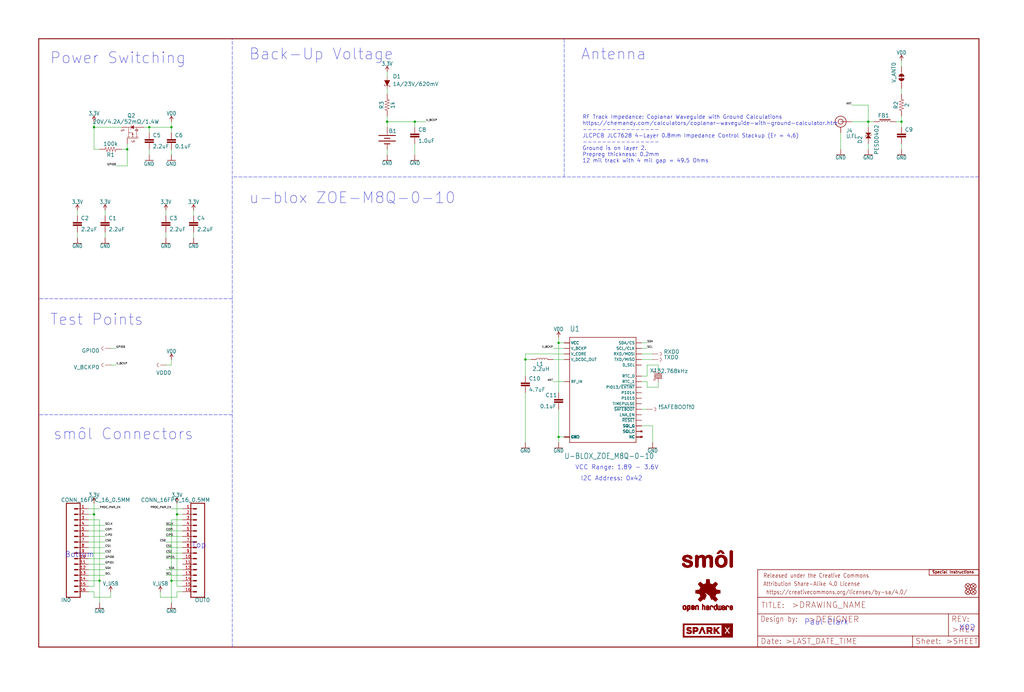
<source format=kicad_sch>
(kicad_sch (version 20211123) (generator eeschema)
  (paper "User" 470.306 317.906)
  (lib_symbols
    (symbol "eagleSchem-eagle-import:0.1UF-0402T-10V-10%-X7R"
      (property "Reference" "C" (at 1.524 2.921 0))
      (property "Value" "0.1UF-0402T-10V-10%-X7R" (at 1.524 -2.159 0))
      (symbol "0.1UF-0402T-10V-10%-X7R_1_0"
        (pin passive line (at 0 5.08 270) (length 2.54) (name "1") (number "1"))
        (pin passive line (at 0 -2.54 90) (length 2.54) (name "2") (number "2"))
      )
    )
    (symbol "eagleSchem-eagle-import:0.1UF-0402T-6.3V-10%-X7R"
      (property "Reference" "C" (at 1.524 2.921 0))
      (property "Value" "0.1UF-0402T-6.3V-10%-X7R" (at 1.524 -2.159 0))
      (symbol "0.1UF-0402T-6.3V-10%-X7R_1_0"
        (pin passive line (at 0 5.08 270) (length 2.54) (name "1") (number "1"))
        (pin passive line (at 0 -2.54 90) (length 2.54) (name "2") (number "2"))
      )
    )
    (symbol "eagleSchem-eagle-import:1.0UF-0402T-16V-10%"
      (property "Reference" "C" (at 1.524 2.921 0))
      (property "Value" "1.0UF-0402T-16V-10%" (at 1.524 -2.159 0))
      (symbol "1.0UF-0402T-16V-10%_1_0"
        (pin passive line (at 0 5.08 270) (length 2.54) (name "1") (number "1"))
        (pin passive line (at 0 -2.54 90) (length 2.54) (name "2") (number "2"))
      )
    )
    (symbol "eagleSchem-eagle-import:100KOHM-0402T-1{slash}16W-1%"
      (property "Reference" "R" (at 0 1.524 0))
      (property "Value" "100KOHM-0402T-1{slash}16W-1%" (at 0 -1.524 0))
      (symbol "100KOHM-0402T-1{slash}16W-1%_1_0"
        (pin passive line (at -5.08 0 0) (length 2.54) (name "1") (number "1"))
        (pin passive line (at 5.08 0 180) (length 2.54) (name "2") (number "2"))
      )
    )
    (symbol "eagleSchem-eagle-import:1KOHM-0402T-1{slash}16W-1%"
      (property "Reference" "R" (at 0 1.524 0))
      (property "Value" "1KOHM-0402T-1{slash}16W-1%" (at 0 -1.524 0))
      (symbol "1KOHM-0402T-1{slash}16W-1%_1_0"
        (pin passive line (at -5.08 0 0) (length 2.54) (name "1") (number "1"))
        (pin passive line (at 5.08 0 180) (length 2.54) (name "2") (number "2"))
      )
    )
    (symbol "eagleSchem-eagle-import:2.2UF-0402_TIGHT-10V-10%-X5R"
      (property "Reference" "C" (at 1.524 2.921 0))
      (property "Value" "2.2UF-0402_TIGHT-10V-10%-X5R" (at 1.524 -2.159 0))
      (symbol "2.2UF-0402_TIGHT-10V-10%-X5R_1_0"
        (pin passive line (at 0 5.08 270) (length 2.54) (name "1") (number "1"))
        (pin passive line (at 0 -2.54 90) (length 2.54) (name "2") (number "2"))
      )
    )
    (symbol "eagleSchem-eagle-import:2.2μH_SHIELDED_INDUCTOR"
      (property "Reference" "L" (at 1.27 2.54 0))
      (property "Value" "2.2μH_SHIELDED_INDUCTOR" (at 1.27 -2.54 0))
      (symbol "2.2μH_SHIELDED_INDUCTOR_1_0"
        (pin passive line (at 0 5.08 270) (length 2.54) (name "1") (number "1"))
        (pin passive line (at 0 -5.08 90) (length 2.54) (name "2") (number "2"))
      )
    )
    (symbol "eagleSchem-eagle-import:2OHM-0402T-1{slash}16W-1%"
      (property "Reference" "R" (at 0 1.524 0))
      (property "Value" "2OHM-0402T-1{slash}16W-1%" (at 0 -1.524 0))
      (symbol "2OHM-0402T-1{slash}16W-1%_1_0"
        (pin passive line (at -5.08 0 0) (length 2.54) (name "1") (number "1"))
        (pin passive line (at 5.08 0 180) (length 2.54) (name "2") (number "2"))
      )
    )
    (symbol "eagleSchem-eagle-import:3.3V" (power)
      (property "Value" "3.3V" (at 0 2.794 0))
      (symbol "3.3V_1_0"
        (pin power_in line (at 0 0 90) (length 2.54) (name "3.3V") (number "1"))
      )
    )
    (symbol "eagleSchem-eagle-import:4.7UF-0402_TIGHT-6.3V-20%-X5R"
      (property "Reference" "C" (at 1.524 2.921 0))
      (property "Value" "4.7UF-0402_TIGHT-6.3V-20%-X5R" (at 1.524 -2.159 0))
      (symbol "4.7UF-0402_TIGHT-6.3V-20%-X5R_1_0"
        (pin passive line (at 0 5.08 270) (length 2.54) (name "1") (number "1"))
        (pin passive line (at 0 -2.54 90) (length 2.54) (name "2") (number "2"))
      )
    )
    (symbol "eagleSchem-eagle-import:47PF-0402_TIGHT-25V-5%-X7R"
      (property "Reference" "C" (at 1.524 2.921 0))
      (property "Value" "47PF-0402_TIGHT-25V-5%-X7R" (at 1.524 -2.159 0))
      (symbol "47PF-0402_TIGHT-25V-5%-X7R_1_0"
        (pin passive line (at 0 5.08 270) (length 2.54) (name "1") (number "1"))
        (pin passive line (at 0 -2.54 90) (length 2.54) (name "2") (number "2"))
      )
    )
    (symbol "eagleSchem-eagle-import:CONN_16FPC_16_0.5MM"
      (property "Reference" "J" (at 0 20.828 0))
      (property "Value" "CONN_16FPC_16_0.5MM" (at 0 -25.146 0))
      (symbol "CONN_16FPC_16_0.5MM_1_0"
        (pin passive line (at 10.16 -20.32 180) (length 5.08) (name "1") (number "1"))
        (pin passive line (at 10.16 2.54 180) (length 5.08) (name "10") (number "10"))
        (pin passive line (at 10.16 5.08 180) (length 5.08) (name "11") (number "11"))
        (pin passive line (at 10.16 7.62 180) (length 5.08) (name "12") (number "12"))
        (pin passive line (at 10.16 10.16 180) (length 5.08) (name "13") (number "13"))
        (pin passive line (at 10.16 12.7 180) (length 5.08) (name "14") (number "14"))
        (pin passive line (at 10.16 15.24 180) (length 5.08) (name "15") (number "15"))
        (pin passive line (at 10.16 17.78 180) (length 5.08) (name "16") (number "16"))
        (pin passive line (at 10.16 -17.78 180) (length 5.08) (name "2") (number "2"))
        (pin passive line (at 10.16 -15.24 180) (length 5.08) (name "3") (number "3"))
        (pin passive line (at 10.16 -12.7 180) (length 5.08) (name "4") (number "4"))
        (pin passive line (at 10.16 -10.16 180) (length 5.08) (name "5") (number "5"))
        (pin passive line (at 10.16 -7.62 180) (length 5.08) (name "6") (number "6"))
        (pin passive line (at 10.16 -5.08 180) (length 5.08) (name "7") (number "7"))
        (pin passive line (at 10.16 -2.54 180) (length 5.08) (name "8") (number "8"))
        (pin passive line (at 10.16 0 180) (length 5.08) (name "9") (number "9"))
      )
    )
    (symbol "eagleSchem-eagle-import:CRYSTAL-32.768KHZSMD-3.2X1.5"
      (property "Reference" "Y" (at 0 2.032 0))
      (property "Value" "CRYSTAL-32.768KHZSMD-3.2X1.5" (at 0 -2.032 0))
      (symbol "CRYSTAL-32.768KHZSMD-3.2X1.5_1_0"
        (text "1" (at -2.159 -1.143 0) (effects (font (size 0.8636 0.734)) (justify left bottom)))
        (text "2" (at 1.524 -1.143 0) (effects (font (size 0.8636 0.734)) (justify left bottom)))
        (pin passive line (at -2.54 0 0) (length 0) (name "1") (number "P$1"))
        (pin passive line (at 2.54 0 180) (length 0) (name "2") (number "P$2"))
      )
    )
    (symbol "eagleSchem-eagle-import:DIODE-SCHOTTKY-BAT20J"
      (property "Reference" "D" (at -2.54 2.032 0))
      (property "Value" "DIODE-SCHOTTKY-BAT20J" (at -2.54 -2.032 0))
      (symbol "DIODE-SCHOTTKY-BAT20J_1_0"
        (pin passive line (at -2.54 0 0) (length 0) (name "A") (number "A"))
        (pin passive line (at 2.54 0 180) (length 0) (name "C") (number "C"))
      )
    )
    (symbol "eagleSchem-eagle-import:FERRITE_BEAD-120_OHM-0402"
      (property "Reference" "FB" (at 1.27 2.54 0))
      (property "Value" "FERRITE_BEAD-120_OHM-0402" (at 1.27 -2.54 0))
      (symbol "FERRITE_BEAD-120_OHM-0402_1_0"
        (pin passive line (at 0 5.08 270) (length 2.54) (name "1") (number "1"))
        (pin passive line (at 0 -5.08 90) (length 2.54) (name "2") (number "2"))
      )
    )
    (symbol "eagleSchem-eagle-import:FIDUCIALUFIDUCIAL")
    (symbol "eagleSchem-eagle-import:FRAME-LEDGER"
      (symbol "FRAME-LEDGER_2_0"
        (text " https://creativecommons.org/licenses/by-sa/4.0/" (at 2.54 24.13 0) (effects (font (size 1.9304 1.6408)) (justify left bottom)))
        (text ">DESIGNER" (at 23.114 11.176 0) (effects (font (size 2.7432 2.7432)) (justify left bottom)))
        (text ">DRAWING_NAME" (at 15.494 17.78 0) (effects (font (size 2.7432 2.7432)) (justify left bottom)))
        (text ">LAST_DATE_TIME" (at 12.7 1.27 0) (effects (font (size 2.54 2.54)) (justify left bottom)))
        (text ">REV" (at 88.9 6.604 0) (effects (font (size 2.7432 2.7432)) (justify left bottom)))
        (text ">SHEET" (at 86.36 1.27 0) (effects (font (size 2.54 2.54)) (justify left bottom)))
        (text "Attribution Share-Alike 4.0 License" (at 2.54 27.94 0) (effects (font (size 1.9304 1.6408)) (justify left bottom)))
        (text "Date:" (at 1.27 1.27 0) (effects (font (size 2.54 2.54)) (justify left bottom)))
        (text "Design by:" (at 1.27 11.43 0) (effects (font (size 2.54 2.159)) (justify left bottom)))
        (text "Released under the Creative Commons" (at 2.54 31.75 0) (effects (font (size 1.9304 1.6408)) (justify left bottom)))
        (text "REV:" (at 88.9 11.43 0) (effects (font (size 2.54 2.54)) (justify left bottom)))
        (text "Sheet:" (at 72.39 1.27 0) (effects (font (size 2.54 2.54)) (justify left bottom)))
        (text "TITLE:" (at 1.524 17.78 0) (effects (font (size 2.54 2.54)) (justify left bottom)))
      )
    )
    (symbol "eagleSchem-eagle-import:GND" (power)
      (property "Value" "GND" (at 0 -0.254 0))
      (symbol "GND_1_0"
        (pin power_in line (at 0 2.54 270) (length 2.54) (name "GND") (number "1"))
      )
    )
    (symbol "eagleSchem-eagle-import:JUMPER-SMT_2_NC_TRACE_SILK"
      (property "Reference" "JP" (at -2.54 2.54 0))
      (property "Value" "JUMPER-SMT_2_NC_TRACE_SILK" (at -2.54 -2.54 0))
      (symbol "JUMPER-SMT_2_NC_TRACE_SILK_1_0"
        (pin passive line (at -5.08 0 0) (length 2.54) (name "1") (number "1"))
        (pin passive line (at 5.08 0 180) (length 2.54) (name "2") (number "2"))
      )
    )
    (symbol "eagleSchem-eagle-import:ML414H_IV01E_BATTERY"
      (property "Reference" "BT" (at 0 4.318 0))
      (property "Value" "ML414H_IV01E_BATTERY" (at 0 -4.318 0))
      (symbol "ML414H_IV01E_BATTERY_1_0"
        (pin power_in line (at -5.08 0 0) (length 2.54) (name "+") (number "+"))
        (pin power_in line (at 5.08 0 180) (length 2.54) (name "-") (number "-"))
      )
    )
    (symbol "eagleSchem-eagle-import:MOSFET_PCH-DMG2305UX-7"
      (property "Reference" "Q" (at 5.08 0 0))
      (property "Value" "MOSFET_PCH-DMG2305UX-7" (at 5.08 -2.54 0))
      (symbol "MOSFET_PCH-DMG2305UX-7_1_0"
        (text "D" (at 0.508 2.54 0) (effects (font (size 1.27 1.0795)) (justify left bottom)))
        (text "G" (at -3.302 -0.508 0) (effects (font (size 1.27 1.0795)) (justify right top)))
        (text "S" (at 0.508 -3.81 0) (effects (font (size 1.27 1.0795)) (justify left bottom)))
        (pin bidirectional line (at -5.08 -2.54 0) (length 2.54) (name "G") (number "1"))
        (pin bidirectional line (at 2.54 -5.08 90) (length 2.54) (name "S") (number "2"))
        (pin bidirectional line (at 2.54 5.08 270) (length 2.54) (name "D") (number "3"))
      )
    )
    (symbol "eagleSchem-eagle-import:OSHW-LOGOMINI")
    (symbol "eagleSchem-eagle-import:PESD0402"
      (property "Reference" "D" (at -2.54 2.794 0))
      (property "Value" "PESD0402" (at -2.54 -2.794 0))
      (symbol "PESD0402_1_0"
        (pin bidirectional line (at -2.54 0 0) (length 2.54) (name "1") (number "1"))
        (pin bidirectional line (at 5.08 0 180) (length 2.54) (name "2") (number "2"))
      )
    )
    (symbol "eagleSchem-eagle-import:SMOL_LOGOSMALL")
    (symbol "eagleSchem-eagle-import:SPARKX-LOGO3")
    (symbol "eagleSchem-eagle-import:SPECIAL_INSTRUCTIONS-ORDERING"
      (symbol "SPECIAL_INSTRUCTIONS-ORDERING_1_0"
        (text "Special Instructions" (at 1.27 0.6985 0) (effects (font (size 1.27 1.27) (thickness 0.254) bold) (justify left bottom)))
      )
    )
    (symbol "eagleSchem-eagle-import:TEST-POINT3"
      (property "Reference" "TP" (at -2.54 2.54 0))
      (property "Value" "TEST-POINT3" (at -2.54 -2.54 0))
      (symbol "TEST-POINT3_1_0"
        (pin bidirectional line (at 0 0 180) (length 0) (name "1") (number "1"))
      )
    )
    (symbol "eagleSchem-eagle-import:U-BLOX_ZOE_M8Q-0-10"
      (property "Reference" "U" (at -15.24 27.94 0))
      (property "Value" "U-BLOX_ZOE_M8Q-0-10" (at -15.24 -27.94 0))
      (symbol "U-BLOX_ZOE_M8Q-0-10_1_0"
        (pin power_in line (at -17.78 -20.32 0) (length 2.54) (name "GND") (number "1"))
        (pin power_in line (at -17.78 -20.32 0) (length 2.54) (name "GND") (number "10"))
        (pin power_in line (at -17.78 -20.32 0) (length 2.54) (name "GND") (number "11"))
        (pin power_in line (at -17.78 -20.32 0) (length 2.54) (name "GND") (number "12"))
        (pin no_connect line (at 17.78 -20.32 180) (length 2.54) (name "NC") (number "13"))
        (pin no_connect line (at 17.78 -20.32 180) (length 2.54) (name "NC") (number "14"))
        (pin no_connect line (at 17.78 -20.32 180) (length 2.54) (name "NC") (number "15"))
        (pin power_in line (at -17.78 20.32 0) (length 2.54) (name "V_BCKP") (number "16"))
        (pin power_in line (at -17.78 -20.32 0) (length 2.54) (name "GND") (number "17"))
        (pin bidirectional line (at 17.78 7.62 180) (length 2.54) (name "RTC_0") (number "18"))
        (pin bidirectional line (at 17.78 5.08 180) (length 2.54) (name "RTC_1") (number "19"))
        (pin bidirectional line (at 17.78 22.86 180) (length 2.54) (name "SDA/CS") (number "2"))
        (pin bidirectional line (at 17.78 -12.7 180) (length 2.54) (name "~{RESET}") (number "20"))
        (pin bidirectional line (at 17.78 15.24 180) (length 2.54) (name "TXD/MISO") (number "21"))
        (pin bidirectional line (at 17.78 17.78 180) (length 2.54) (name "RXD/MOSI") (number "22"))
        (pin power_in line (at -17.78 -20.32 0) (length 2.54) (name "GND") (number "23"))
        (pin power_in line (at -17.78 22.86 0) (length 2.54) (name "VCC") (number "24"))
        (pin power_in line (at -17.78 22.86 0) (length 2.54) (name "VCC") (number "25"))
        (pin power_in line (at -17.78 15.24 0) (length 2.54) (name "V_DCDC_OUT") (number "26"))
        (pin power_in line (at -17.78 17.78 0) (length 2.54) (name "V_CORE") (number "27"))
        (pin no_connect line (at 17.78 -20.32 180) (length 2.54) (name "NC") (number "28"))
        (pin bidirectional line (at 17.78 -15.24 180) (length 2.54) (name "SQI_G") (number "29"))
        (pin power_in line (at -17.78 -20.32 0) (length 2.54) (name "GND") (number "3"))
        (pin no_connect line (at 17.78 -17.78 180) (length 2.54) (name "SQI_O") (number "30"))
        (pin bidirectional line (at 17.78 -15.24 180) (length 2.54) (name "SQI_G") (number "31"))
        (pin bidirectional line (at 17.78 20.32 180) (length 2.54) (name "SCL/CLK") (number "32"))
        (pin bidirectional line (at 17.78 -5.08 180) (length 2.54) (name "TIMEPULSE") (number "33"))
        (pin bidirectional line (at 17.78 -7.62 180) (length 2.54) (name "~{SAFEBOOT}") (number "34"))
        (pin bidirectional line (at 17.78 -10.16 180) (length 2.54) (name "LNA_EN") (number "35"))
        (pin bidirectional line (at 17.78 -2.54 180) (length 2.54) (name "P1015") (number "36"))
        (pin power_in line (at -17.78 -20.32 0) (length 2.54) (name "GND") (number "37"))
        (pin power_in line (at -17.78 -20.32 0) (length 2.54) (name "GND") (number "38"))
        (pin power_in line (at -17.78 -20.32 0) (length 2.54) (name "GND") (number "39"))
        (pin bidirectional line (at -17.78 5.08 0) (length 2.54) (name "RF_IN") (number "4"))
        (pin power_in line (at -17.78 -20.32 0) (length 2.54) (name "GND") (number "40"))
        (pin power_in line (at -17.78 -20.32 0) (length 2.54) (name "GND") (number "41"))
        (pin no_connect line (at 17.78 -20.32 180) (length 2.54) (name "NC") (number "42"))
        (pin bidirectional line (at 17.78 2.54 180) (length 2.54) (name "PI013/~{EXTINT}") (number "43"))
        (pin power_in line (at -17.78 -20.32 0) (length 2.54) (name "GND") (number "44"))
        (pin no_connect line (at 17.78 -17.78 180) (length 2.54) (name "SQI_O") (number "45"))
        (pin bidirectional line (at 17.78 -15.24 180) (length 2.54) (name "SQI_G") (number "46"))
        (pin bidirectional line (at 17.78 -15.24 180) (length 2.54) (name "SQI_G") (number "47"))
        (pin bidirectional line (at 17.78 12.7 180) (length 2.54) (name "D_SEL") (number "48"))
        (pin power_in line (at -17.78 -20.32 0) (length 2.54) (name "GND") (number "49"))
        (pin power_in line (at -17.78 -20.32 0) (length 2.54) (name "GND") (number "5"))
        (pin bidirectional line (at 17.78 0 180) (length 2.54) (name "P1014") (number "50"))
        (pin no_connect line (at 17.78 -20.32 180) (length 2.54) (name "NC") (number "51"))
        (pin no_connect line (at 17.78 -20.32 180) (length 2.54) (name "NC") (number "6"))
        (pin power_in line (at -17.78 -20.32 0) (length 2.54) (name "GND") (number "7"))
        (pin power_in line (at -17.78 -20.32 0) (length 2.54) (name "GND") (number "8"))
        (pin power_in line (at -17.78 -20.32 0) (length 2.54) (name "GND") (number "9"))
      )
    )
    (symbol "eagleSchem-eagle-import:U.FL2PIN"
      (property "Reference" "J" (at 2.54 -5.08 0))
      (property "Value" "U.FL2PIN" (at 2.54 -7.62 0))
      (symbol "U.FL2PIN_1_0"
        (pin bidirectional line (at 0 -5.08 90) (length 2.54) (name "GND") (number "1"))
        (pin bidirectional line (at 0 -5.08 90) (length 2.54) (name "GND") (number "2"))
        (pin bidirectional line (at 5.08 0 180) (length 5.08) (name "SIGNAL") (number "FEED"))
      )
    )
    (symbol "eagleSchem-eagle-import:VDD" (power)
      (property "Value" "VDD" (at 0 2.794 0))
      (symbol "VDD_1_0"
        (pin power_in line (at 0 0 90) (length 2.54) (name "VDD") (number "1"))
      )
    )
    (symbol "eagleSchem-eagle-import:V_USB" (power)
      (property "Value" "V_USB" (at 0 2.794 0))
      (symbol "V_USB_1_0"
        (pin power_in line (at 0 0 90) (length 2.54) (name "V_USB") (number "1"))
      )
    )
  )
  (junction (at 414.02 55.88))
  (junction (at 78.74 266.7))
  (junction (at 68.58 58.42))
  (junction (at 78.74 58.42))
  (junction (at 81.28 236.22))
  (junction (at 190.5 55.88))
  (junction (at 256.54 200.66))
  (junction (at 241.3 165.1))
  (junction (at 177.8 55.88))
  (junction (at 45.72 266.7))
  (junction (at 43.18 236.22))
  (junction (at 256.54 157.48))
  (junction (at 58.42 68.58))
  (junction (at 398.78 55.88))
  (junction (at 43.18 58.42))
  (wire (pts (xy 40.64 243.84) (xy 48.26 243.84)))
  (wire (pts (xy 81.28 271.78) (xy 81.28 274.32)))
  (wire (pts (xy 256.54 187.96) (xy 256.54 200.66)))
  (wire (pts (xy 45.72 238.76) (xy 45.72 266.7)))
  (wire (pts (xy 391.16 55.88) (xy 398.78 55.88)))
  (wire (pts (xy 177.8 55.88) (xy 177.8 58.42)))
  (wire (pts (xy 40.64 251.46) (xy 48.26 251.46)))
  (wire (pts (xy 83.82 248.92) (xy 76.2 248.92)))
  (wire (pts (xy 43.18 236.22) (xy 43.18 231.14)))
  (wire (pts (xy 53.34 76.2) (xy 58.42 76.2)))
  (wire (pts (xy 297.18 172.72) (xy 297.18 167.64)))
  (wire (pts (xy 40.64 236.22) (xy 43.18 236.22)))
  (wire (pts (xy 414.02 43.18) (xy 414.02 40.64)))
  (wire (pts (xy 259.08 165.1) (xy 254 165.1)))
  (wire (pts (xy 297.18 175.26) (xy 297.18 177.8)))
  (wire (pts (xy 43.18 68.58) (xy 43.18 58.42)))
  (wire (pts (xy 83.82 246.38) (xy 76.2 246.38)))
  (wire (pts (xy 78.74 167.64) (xy 78.74 165.1)))
  (wire (pts (xy 297.18 167.64) (xy 302.26 167.64)))
  (wire (pts (xy 398.78 66.04) (xy 398.78 68.58)))
  (wire (pts (xy 48.26 106.68) (xy 48.26 109.22)))
  (wire (pts (xy 83.82 254) (xy 76.2 254)))
  (wire (pts (xy 195.58 55.88) (xy 190.5 55.88)))
  (wire (pts (xy 299.72 195.58) (xy 299.72 203.2)))
  (wire (pts (xy 50.8 271.78) (xy 50.8 274.32)))
  (wire (pts (xy 78.74 266.7) (xy 83.82 266.7)))
  (wire (pts (xy 58.42 76.2) (xy 58.42 68.58)))
  (wire (pts (xy 414.02 30.48) (xy 414.02 27.94)))
  (wire (pts (xy 294.64 175.26) (xy 297.18 175.26)))
  (wire (pts (xy 190.5 66.04) (xy 190.5 71.12)))
  (wire (pts (xy 294.64 160.02) (xy 297.18 160.02)))
  (wire (pts (xy 259.08 157.48) (xy 256.54 157.48)))
  (wire (pts (xy 76.2 106.68) (xy 76.2 109.22)))
  (wire (pts (xy 78.74 58.42) (xy 78.74 55.88)))
  (polyline (pts (xy 106.68 137.16) (xy 17.78 137.16)))
  (wire (pts (xy 294.64 165.1) (xy 299.72 165.1)))
  (wire (pts (xy 294.64 162.56) (xy 299.72 162.56)))
  (wire (pts (xy 50.8 274.32) (xy 43.18 274.32)))
  (wire (pts (xy 190.5 55.88) (xy 177.8 55.88)))
  (polyline (pts (xy 106.68 190.5) (xy 17.78 190.5)))
  (wire (pts (xy 294.64 195.58) (xy 299.72 195.58)))
  (wire (pts (xy 78.74 71.12) (xy 78.74 68.58)))
  (wire (pts (xy 398.78 55.88) (xy 401.32 55.88)))
  (wire (pts (xy 177.8 33.02) (xy 177.8 35.56)))
  (wire (pts (xy 83.82 238.76) (xy 78.74 238.76)))
  (wire (pts (xy 83.82 233.68) (xy 78.74 233.68)))
  (wire (pts (xy 78.74 276.86) (xy 78.74 266.7)))
  (polyline (pts (xy 106.68 137.16) (xy 106.68 17.78)))
  (wire (pts (xy 256.54 154.94) (xy 256.54 157.48)))
  (wire (pts (xy 398.78 58.42) (xy 398.78 55.88)))
  (wire (pts (xy 50.8 160.02) (xy 53.34 160.02)))
  (wire (pts (xy 40.64 271.78) (xy 43.18 271.78)))
  (wire (pts (xy 83.82 243.84) (xy 76.2 243.84)))
  (wire (pts (xy 73.66 274.32) (xy 73.66 271.78)))
  (wire (pts (xy 259.08 175.26) (xy 254 175.26)))
  (wire (pts (xy 83.82 251.46) (xy 76.2 251.46)))
  (wire (pts (xy 83.82 236.22) (xy 81.28 236.22)))
  (wire (pts (xy 294.64 157.48) (xy 297.18 157.48)))
  (wire (pts (xy 40.64 241.3) (xy 48.26 241.3)))
  (wire (pts (xy 76.2 167.64) (xy 78.74 167.64)))
  (wire (pts (xy 78.74 60.96) (xy 78.74 58.42)))
  (wire (pts (xy 40.64 266.7) (xy 45.72 266.7)))
  (wire (pts (xy 55.88 58.42) (xy 43.18 58.42)))
  (wire (pts (xy 55.88 68.58) (xy 58.42 68.58)))
  (wire (pts (xy 68.58 58.42) (xy 78.74 58.42)))
  (wire (pts (xy 259.08 160.02) (xy 254 160.02)))
  (wire (pts (xy 68.58 60.96) (xy 68.58 58.42)))
  (wire (pts (xy 81.28 274.32) (xy 73.66 274.32)))
  (wire (pts (xy 83.82 256.54) (xy 76.2 256.54)))
  (wire (pts (xy 83.82 241.3) (xy 76.2 241.3)))
  (wire (pts (xy 177.8 53.34) (xy 177.8 55.88)))
  (wire (pts (xy 76.2 99.06) (xy 76.2 96.52)))
  (wire (pts (xy 241.3 162.56) (xy 259.08 162.56)))
  (wire (pts (xy 45.72 68.58) (xy 43.18 68.58)))
  (wire (pts (xy 68.58 71.12) (xy 68.58 68.58)))
  (polyline (pts (xy 259.08 81.28) (xy 259.08 17.78)))
  (polyline (pts (xy 449.58 81.28) (xy 106.68 81.28)))
  (wire (pts (xy 40.64 261.62) (xy 48.26 261.62)))
  (wire (pts (xy 190.5 58.42) (xy 190.5 55.88)))
  (wire (pts (xy 414.02 53.34) (xy 414.02 55.88)))
  (wire (pts (xy 43.18 58.42) (xy 43.18 55.88)))
  (wire (pts (xy 414.02 68.58) (xy 414.02 66.04)))
  (wire (pts (xy 83.82 264.16) (xy 76.2 264.16)))
  (wire (pts (xy 88.9 106.68) (xy 88.9 109.22)))
  (wire (pts (xy 40.64 246.38) (xy 48.26 246.38)))
  (wire (pts (xy 241.3 165.1) (xy 241.3 162.56)))
  (wire (pts (xy 243.84 165.1) (xy 241.3 165.1)))
  (wire (pts (xy 40.64 269.24) (xy 43.18 269.24)))
  (wire (pts (xy 411.48 55.88) (xy 414.02 55.88)))
  (wire (pts (xy 50.8 167.64) (xy 53.34 167.64)))
  (wire (pts (xy 35.56 99.06) (xy 35.56 96.52)))
  (polyline (pts (xy 106.68 297.18) (xy 106.68 137.16)))
  (wire (pts (xy 83.82 271.78) (xy 81.28 271.78)))
  (wire (pts (xy 40.64 254) (xy 48.26 254)))
  (wire (pts (xy 398.78 48.26) (xy 391.16 48.26)))
  (wire (pts (xy 302.26 167.64) (xy 302.26 170.18)))
  (wire (pts (xy 259.08 200.66) (xy 256.54 200.66)))
  (wire (pts (xy 40.64 259.08) (xy 48.26 259.08)))
  (wire (pts (xy 83.82 269.24) (xy 81.28 269.24)))
  (wire (pts (xy 43.18 271.78) (xy 43.18 274.32)))
  (wire (pts (xy 302.26 175.26) (xy 302.26 177.8)))
  (wire (pts (xy 256.54 200.66) (xy 256.54 203.2)))
  (wire (pts (xy 297.18 177.8) (xy 302.26 177.8)))
  (wire (pts (xy 40.64 238.76) (xy 45.72 238.76)))
  (wire (pts (xy 48.26 99.06) (xy 48.26 96.52)))
  (wire (pts (xy 35.56 106.68) (xy 35.56 109.22)))
  (wire (pts (xy 256.54 157.48) (xy 256.54 180.34)))
  (wire (pts (xy 241.3 165.1) (xy 241.3 172.72)))
  (wire (pts (xy 386.08 60.96) (xy 386.08 68.58)))
  (wire (pts (xy 40.64 248.92) (xy 48.26 248.92)))
  (wire (pts (xy 81.28 236.22) (xy 81.28 231.14)))
  (wire (pts (xy 414.02 55.88) (xy 414.02 58.42)))
  (wire (pts (xy 241.3 180.34) (xy 241.3 203.2)))
  (wire (pts (xy 45.72 276.86) (xy 45.72 266.7)))
  (wire (pts (xy 40.64 264.16) (xy 48.26 264.16)))
  (wire (pts (xy 40.64 233.68) (xy 45.72 233.68)))
  (wire (pts (xy 58.42 66.04) (xy 58.42 68.58)))
  (wire (pts (xy 88.9 99.06) (xy 88.9 96.52)))
  (wire (pts (xy 83.82 261.62) (xy 76.2 261.62)))
  (wire (pts (xy 294.64 187.96) (xy 297.18 187.96)))
  (wire (pts (xy 177.8 68.58) (xy 177.8 71.12)))
  (wire (pts (xy 66.04 58.42) (xy 68.58 58.42)))
  (wire (pts (xy 177.8 40.64) (xy 177.8 43.18)))
  (wire (pts (xy 40.64 256.54) (xy 48.26 256.54)))
  (wire (pts (xy 398.78 48.26) (xy 398.78 55.88)))
  (wire (pts (xy 43.18 269.24) (xy 43.18 236.22)))
  (wire (pts (xy 294.64 172.72) (xy 297.18 172.72)))
  (wire (pts (xy 81.28 269.24) (xy 81.28 236.22)))
  (wire (pts (xy 78.74 238.76) (xy 78.74 266.7)))
  (text "Top" (at 94.742 248.92 180) (effects (font (size 2.54 2.54)) (justify right top)))
  (text "Bottom" (at 29.718 256.286 180) (effects (font (size 2.54 2.54)) (justify left bottom)))
  (text "Antenna" (at 266.7 27.94 180) (effects (font (size 5.08 5.08)) (justify left bottom)))
  (text "smôl Connectors" (at 24.384 202.438 180) (effects (font (size 5.08 5.08)) (justify left bottom)))
  (text "VCC Range: 1.89 - 3.6V" (at 264.16 215.9 180) (effects (font (size 2.032 2.032)) (justify left bottom)))
  (text "Power Switching" (at 22.86 29.718 180) (effects (font (size 5.08 5.08)) (justify left bottom)))
  (text "I2C Address: 0x42" (at 266.7 220.98 180) (effects (font (size 2.032 2.032)) (justify left bottom)))
  (text "Back-Up Voltage" (at 114.3 27.94 180) (effects (font (size 5.08 5.08)) (justify left bottom)))
  (text "Test Points" (at 22.86 149.86 180) (effects (font (size 5.08 5.08)) (justify left bottom)))
  (text "RF Track Impedance: Coplanar Waveguide with Ground Calculations\nhttps://chemandy.com/calculators/coplanar-waveguide-with-ground-calculator.htm\n----------------\nJLCPCB JLC7628 4-Layer 0.8mm Impedance Control Stackup (Er = 4.6)\n----------------\nGround is on layer 2.\nPrepreg thickness: 0.2mm\n12 mil track with 4 mil gap = 49.5 Ohms" (at 267.462 52.832 180) (effects (font (size 1.778 1.778)) (justify left top)))
  (text "X02" (at 440.436 289.814 180) (effects (font (size 2.54 2.54)) (justify left bottom)))
  (text "Paul Clark" (at 369.316 287.274 180) (effects (font (size 2.54 2.54)) (justify left bottom)))
  (text "u-blox ZOE-M8Q-0-10" (at 114.3 93.98 180) (effects (font (size 5.08 5.08)) (justify left bottom)))
  (label "ANT" (at 391.16 48.26 180) (effects (font (size 0.889 0.889))))
  (label "GPIO0" (at 48.26 256.54 0) (effects (font (size 0.889 0.889))))
  (label "V_BCKP" (at 195.58 55.88 0) (effects (font (size 0.889 0.889))))
  (label "GPIO1" (at 48.26 259.08 0) (effects (font (size 0.889 0.889))))
  (label "CIPO" (at 76.2 246.38 0) (effects (font (size 0.889 0.889))))
  (label "SCL" (at 297.18 160.02 0) (effects (font (size 0.889 0.889))))
  (label "GPIO0" (at 53.34 76.2 180) (effects (font (size 0.889 0.889))))
  (label "PROC_PWR_EN" (at 78.74 233.68 180) (effects (font (size 0.889 0.889))))
  (label "SCLK" (at 76.2 241.3 0) (effects (font (size 0.889 0.889))))
  (label "CS0" (at 76.2 248.92 180) (effects (font (size 0.889 0.889))))
  (label "COPI" (at 76.2 243.84 0) (effects (font (size 0.889 0.889))))
  (label "COPI" (at 48.26 243.84 0) (effects (font (size 0.889 0.889))))
  (label "CS2" (at 76.2 254 0) (effects (font (size 0.889 0.889))))
  (label "CS1" (at 76.2 251.46 0) (effects (font (size 0.889 0.889))))
  (label "CS0" (at 48.26 248.92 0) (effects (font (size 0.889 0.889))))
  (label "V_BCKP" (at 53.34 167.64 0) (effects (font (size 0.889 0.889))))
  (label "CS1" (at 48.26 251.46 0) (effects (font (size 0.889 0.889))))
  (label "V_BCKP" (at 254 160.02 180) (effects (font (size 0.889 0.889))))
  (label "GPIO0" (at 53.34 160.02 0) (effects (font (size 0.889 0.889))))
  (label "SCL" (at 48.26 264.16 0) (effects (font (size 0.889 0.889))))
  (label "SDA" (at 77.47 261.62 0) (effects (font (size 0.889 0.889))))
  (label "GPIO1" (at 76.2 256.54 0) (effects (font (size 0.889 0.889))))
  (label "PROC_PWR_EN" (at 45.72 233.68 0) (effects (font (size 0.889 0.889))))
  (label "CIPO" (at 48.26 246.38 0) (effects (font (size 0.889 0.889))))
  (label "CS2" (at 48.26 254 0) (effects (font (size 0.889 0.889))))
  (label "SCL" (at 76.2 264.16 0) (effects (font (size 0.889 0.889))))
  (label "SDA" (at 297.18 157.48 0) (effects (font (size 0.889 0.889))))
  (label "ANT" (at 254 175.26 180) (effects (font (size 0.889 0.889))))
  (label "SCLK" (at 48.26 241.3 0) (effects (font (size 0.889 0.889))))
  (label "SDA" (at 48.26 261.62 0) (effects (font (size 0.889 0.889))))
  (symbol (lib_id "eagleSchem-eagle-import:2OHM-0402T-1{slash}16W-1%") (at 414.02 48.26 90) (unit 1)
    (property "Reference" "R2" (at 412.496 48.26 0) (effects (font (size 1.778 1.778)) (justify bottom)))
    (property "Value" "2" (at 415.544 48.26 0) (effects (font (size 1.778 1.778)) (justify top)))
    (property "Footprint" "eagleSchem:0402-TIGHT" (effects hide))
  )
  (symbol (lib_id "eagleSchem-eagle-import:3.3V") (at 43.18 231.14 0) (unit 1)
    (property "Reference" "#SUPPLY21" (effects hide))
    (property "Value" "3.3V" (at 43.18 228.346 0) (effects (font (size 1.778 1.5113)) (justify bottom)))
    (property "Footprint" "eagleSchem:" (effects hide))
  )
  (symbol (lib_id "eagleSchem-eagle-import:1.0UF-0402T-16V-10%") (at 190.5 63.5 0) (unit 1)
    (property "Reference" "C8" (at 192.024 60.579 0) (effects (font (size 1.778 1.778)) (justify left bottom)))
    (property "Value" "1.0uF" (at 192.024 65.659 0) (effects (font (size 1.778 1.778)) (justify left bottom)))
    (property "Footprint" "eagleSchem:0402-TIGHT" (effects hide))
  )
  (symbol (lib_id "eagleSchem-eagle-import:GND") (at 35.56 111.76 0) (unit 1)
    (property "Reference" "#GND61" (effects hide))
    (property "Value" "GND" (at 35.56 112.014 0) (effects (font (size 1.778 1.5113)) (justify top)))
    (property "Footprint" "eagleSchem:" (effects hide))
  )
  (symbol (lib_id "eagleSchem-eagle-import:V_USB") (at 73.66 271.78 0) (unit 1)
    (property "Reference" "#SUPPLY27" (effects hide))
    (property "Value" "V_USB" (at 73.66 268.986 0) (effects (font (size 1.778 1.5113)) (justify bottom)))
    (property "Footprint" "eagleSchem:" (effects hide))
  )
  (symbol (lib_id "eagleSchem-eagle-import:0.1UF-0402T-6.3V-10%-X7R") (at 256.54 185.42 0) (unit 1)
    (property "Reference" "C11" (at 250.444 182.499 0) (effects (font (size 1.778 1.778)) (justify left bottom)))
    (property "Value" "0.1uF" (at 247.904 187.579 0) (effects (font (size 1.778 1.778)) (justify left bottom)))
    (property "Footprint" "eagleSchem:0402-TIGHT" (effects hide))
  )
  (symbol (lib_id "eagleSchem-eagle-import:FERRITE_BEAD-120_OHM-0402") (at 406.4 55.88 90) (unit 1)
    (property "Reference" "FB1" (at 408.432 52.07 90) (effects (font (size 1.778 1.778)) (justify left bottom)))
    (property "Value" "FERRITE_BEAD-120_OHM-0402" (effects hide))
    (property "Footprint" "eagleSchem:0402" (effects hide))
  )
  (symbol (lib_id "eagleSchem-eagle-import:TEST-POINT3") (at 299.72 165.1 0) (unit 1)
    (property "Reference" "TXD0" (at 304.8 165.1 0) (effects (font (size 1.778 1.778)) (justify left bottom)))
    (property "Value" "TEST-POINT3" (effects hide))
    (property "Footprint" "eagleSchem:PAD.03X.03" (effects hide))
  )
  (symbol (lib_id "eagleSchem-eagle-import:GND") (at 78.74 279.4 0) (unit 1)
    (property "Reference" "#GND56" (effects hide))
    (property "Value" "GND" (at 78.74 279.654 0) (effects (font (size 1.778 1.5113)) (justify top)))
    (property "Footprint" "eagleSchem:" (effects hide))
  )
  (symbol (lib_id "eagleSchem-eagle-import:SPARKX-LOGO3") (at 325.12 289.56 0) (unit 1)
    (property "Reference" "U$4" (effects hide))
    (property "Value" "SPARKX-LOGO3" (effects hide))
    (property "Footprint" "eagleSchem:SPARKX-SMALL" (effects hide))
  )
  (symbol (lib_id "eagleSchem-eagle-import:GND") (at 45.72 279.4 0) (unit 1)
    (property "Reference" "#GND54" (effects hide))
    (property "Value" "GND" (at 45.72 279.654 0) (effects (font (size 1.778 1.5113)) (justify top)))
    (property "Footprint" "eagleSchem:" (effects hide))
  )
  (symbol (lib_id "eagleSchem-eagle-import:2.2UF-0402_TIGHT-10V-10%-X5R") (at 48.26 104.14 0) (unit 1)
    (property "Reference" "C1" (at 49.784 101.219 0) (effects (font (size 1.778 1.778)) (justify left bottom)))
    (property "Value" "2.2uF" (at 49.784 106.299 0) (effects (font (size 1.778 1.778)) (justify left bottom)))
    (property "Footprint" "eagleSchem:0402-TIGHT" (effects hide))
  )
  (symbol (lib_id "eagleSchem-eagle-import:SPECIAL_INSTRUCTIONS-ORDERING") (at 426.72 264.16 0) (unit 1)
    (property "Reference" "LOGO1" (effects hide))
    (property "Value" "SPECIAL_INSTRUCTIONS-ORDERING" (effects hide))
    (property "Footprint" "eagleSchem:ORDERING_INSTRUCTIONS" (effects hide))
  )
  (symbol (lib_id "eagleSchem-eagle-import:3.3V") (at 177.8 33.02 0) (unit 1)
    (property "Reference" "#SUPPLY5" (effects hide))
    (property "Value" "3.3V" (at 177.8 30.226 0) (effects (font (size 1.778 1.5113)) (justify bottom)))
    (property "Footprint" "eagleSchem:" (effects hide))
  )
  (symbol (lib_id "eagleSchem-eagle-import:3.3V") (at 35.56 96.52 0) (unit 1)
    (property "Reference" "#SUPPLY23" (effects hide))
    (property "Value" "3.3V" (at 35.56 93.726 0) (effects (font (size 1.778 1.5113)) (justify bottom)))
    (property "Footprint" "eagleSchem:" (effects hide))
  )
  (symbol (lib_id "eagleSchem-eagle-import:GND") (at 398.78 71.12 0) (unit 1)
    (property "Reference" "#GND3" (effects hide))
    (property "Value" "GND" (at 398.78 71.374 0) (effects (font (size 1.778 1.5113)) (justify top)))
    (property "Footprint" "eagleSchem:" (effects hide))
  )
  (symbol (lib_id "eagleSchem-eagle-import:GND") (at 414.02 71.12 0) (unit 1)
    (property "Reference" "#GND68" (effects hide))
    (property "Value" "GND" (at 414.02 71.374 0) (effects (font (size 1.778 1.5113)) (justify top)))
    (property "Footprint" "eagleSchem:" (effects hide))
  )
  (symbol (lib_id "eagleSchem-eagle-import:2.2UF-0402_TIGHT-10V-10%-X5R") (at 88.9 104.14 0) (unit 1)
    (property "Reference" "C4" (at 90.424 101.219 0) (effects (font (size 1.778 1.778)) (justify left bottom)))
    (property "Value" "2.2uF" (at 90.424 106.299 0) (effects (font (size 1.778 1.778)) (justify left bottom)))
    (property "Footprint" "eagleSchem:0402-TIGHT" (effects hide))
  )
  (symbol (lib_id "eagleSchem-eagle-import:FIDUCIALUFIDUCIAL") (at 447.04 271.78 0) (unit 1)
    (property "Reference" "FD1" (effects hide))
    (property "Value" "FIDUCIALUFIDUCIAL" (effects hide))
    (property "Footprint" "eagleSchem:FIDUCIAL-MICRO" (effects hide))
  )
  (symbol (lib_id "eagleSchem-eagle-import:GND") (at 256.54 205.74 0) (unit 1)
    (property "Reference" "#GND63" (effects hide))
    (property "Value" "GND" (at 256.54 205.994 0) (effects (font (size 1.778 1.5113)) (justify top)))
    (property "Footprint" "eagleSchem:" (effects hide))
  )
  (symbol (lib_id "eagleSchem-eagle-import:DIODE-SCHOTTKY-BAT20J") (at 177.8 38.1 270) (unit 1)
    (property "Reference" "D1" (at 180.34 36.068 90) (effects (font (size 1.778 1.778)) (justify left bottom)))
    (property "Value" "1A/23V/620mV" (at 180.34 37.592 90) (effects (font (size 1.778 1.778)) (justify left top)))
    (property "Footprint" "eagleSchem:SOD-323" (effects hide))
  )
  (symbol (lib_id "eagleSchem-eagle-import:2.2μH_SHIELDED_INDUCTOR") (at 248.92 165.1 90) (unit 1)
    (property "Reference" "L1" (at 249.682 166.116 90) (effects (font (size 1.778 1.778)) (justify left bottom)))
    (property "Value" "2.2uH" (at 252.476 170.434 90) (effects (font (size 1.778 1.778)) (justify left top)))
    (property "Footprint" "eagleSchem:0806" (effects hide))
  )
  (symbol (lib_id "eagleSchem-eagle-import:GND") (at 48.26 111.76 0) (unit 1)
    (property "Reference" "#GND1" (effects hide))
    (property "Value" "GND" (at 48.26 112.014 0) (effects (font (size 1.778 1.5113)) (justify top)))
    (property "Footprint" "eagleSchem:" (effects hide))
  )
  (symbol (lib_id "eagleSchem-eagle-import:GND") (at 78.74 73.66 0) (unit 1)
    (property "Reference" "#GND14" (effects hide))
    (property "Value" "GND" (at 76.2 76.2 0) (effects (font (size 1.778 1.5113)) (justify left bottom)))
    (property "Footprint" "eagleSchem:" (effects hide))
  )
  (symbol (lib_id "eagleSchem-eagle-import:TEST-POINT3") (at 50.8 160.02 180) (unit 1)
    (property "Reference" "GPIO0" (at 45.72 160.02 0) (effects (font (size 1.778 1.778)) (justify left bottom)))
    (property "Value" "TEST-POINT3" (effects hide))
    (property "Footprint" "eagleSchem:PAD.03X.03" (effects hide))
  )
  (symbol (lib_id "eagleSchem-eagle-import:GND") (at 386.08 71.12 0) (unit 1)
    (property "Reference" "#GND67" (effects hide))
    (property "Value" "GND" (at 386.08 71.374 0) (effects (font (size 1.778 1.5113)) (justify top)))
    (property "Footprint" "eagleSchem:" (effects hide))
  )
  (symbol (lib_id "eagleSchem-eagle-import:VDD") (at 78.74 165.1 0) (mirror y) (unit 1)
    (property "Reference" "#SUPPLY4" (effects hide))
    (property "Value" "VDD" (at 78.74 162.306 0) (effects (font (size 1.778 1.5113)) (justify bottom)))
    (property "Footprint" "eagleSchem:" (effects hide))
  )
  (symbol (lib_id "eagleSchem-eagle-import:TEST-POINT3") (at 50.8 167.64 180) (unit 1)
    (property "Reference" "V_BCKP0" (at 45.72 167.64 0) (effects (font (size 1.778 1.778)) (justify left bottom)))
    (property "Value" "TEST-POINT3" (effects hide))
    (property "Footprint" "eagleSchem:PAD.03X.03" (effects hide))
  )
  (symbol (lib_id "eagleSchem-eagle-import:100KOHM-0402T-1{slash}16W-1%") (at 50.8 68.58 180) (unit 1)
    (property "Reference" "R1" (at 50.8 70.104 0) (effects (font (size 1.778 1.778)) (justify bottom)))
    (property "Value" "100k" (at 50.8 67.056 0) (effects (font (size 1.778 1.778)) (justify top)))
    (property "Footprint" "eagleSchem:0402-TIGHT" (effects hide))
  )
  (symbol (lib_id "eagleSchem-eagle-import:GND") (at 177.8 73.66 0) (unit 1)
    (property "Reference" "#GND2" (effects hide))
    (property "Value" "GND" (at 177.8 73.914 0) (effects (font (size 1.778 1.5113)) (justify top)))
    (property "Footprint" "eagleSchem:" (effects hide))
  )
  (symbol (lib_id "eagleSchem-eagle-import:1KOHM-0402T-1{slash}16W-1%") (at 177.8 48.26 90) (unit 1)
    (property "Reference" "R3" (at 176.276 48.26 0) (effects (font (size 1.778 1.778)) (justify bottom)))
    (property "Value" "1k" (at 179.324 48.26 0) (effects (font (size 1.778 1.778)) (justify top)))
    (property "Footprint" "eagleSchem:0402-TIGHT" (effects hide))
  )
  (symbol (lib_id "eagleSchem-eagle-import:FIDUCIALUFIDUCIAL") (at 444.5 271.78 0) (unit 1)
    (property "Reference" "FD2" (effects hide))
    (property "Value" "FIDUCIALUFIDUCIAL" (effects hide))
    (property "Footprint" "eagleSchem:FIDUCIAL-MICRO" (effects hide))
  )
  (symbol (lib_id "eagleSchem-eagle-import:3.3V") (at 81.28 231.14 0) (unit 1)
    (property "Reference" "#SUPPLY22" (effects hide))
    (property "Value" "3.3V" (at 81.28 228.346 0) (effects (font (size 1.778 1.5113)) (justify bottom)))
    (property "Footprint" "eagleSchem:" (effects hide))
  )
  (symbol (lib_id "eagleSchem-eagle-import:U-BLOX_ZOE_M8Q-0-10") (at 276.86 180.34 0) (unit 1)
    (property "Reference" "U1" (at 261.62 152.4 0) (effects (font (size 2.54 2.159)) (justify left bottom)))
    (property "Value" "U-BLOX_ZOE_M8Q-0-10" (at 259.08 210.82 0) (effects (font (size 2.54 2.159)) (justify left bottom)))
    (property "Footprint" "eagleSchem:UBLOX_ZOE_M8-0-10" (effects hide))
  )
  (symbol (lib_id "eagleSchem-eagle-import:PESD0402") (at 398.78 63.5 90) (unit 1)
    (property "Reference" "D2" (at 395.986 66.04 0) (effects (font (size 1.778 1.778)) (justify left bottom)))
    (property "Value" "PESD0402" (at 401.574 71.12 0) (effects (font (size 1.778 1.778)) (justify left top)))
    (property "Footprint" "eagleSchem:0402" (effects hide))
  )
  (symbol (lib_id "eagleSchem-eagle-import:SMOL_LOGOSMALL") (at 325.12 256.54 0) (unit 1)
    (property "Reference" "U$13" (effects hide))
    (property "Value" "SMOL_LOGOSMALL" (effects hide))
    (property "Footprint" "eagleSchem:SMOL_SMALL" (effects hide))
  )
  (symbol (lib_id "eagleSchem-eagle-import:47PF-0402_TIGHT-25V-5%-X7R") (at 414.02 63.5 0) (unit 1)
    (property "Reference" "C9" (at 415.544 60.579 0) (effects (font (size 1.778 1.778)) (justify left bottom)))
    (property "Value" "47PF-0402_TIGHT-25V-5%-X7R" (effects hide))
    (property "Footprint" "eagleSchem:0402-TIGHT" (effects hide))
  )
  (symbol (lib_id "eagleSchem-eagle-import:CONN_16FPC_16_0.5MM") (at 93.98 254 180) (unit 1)
    (property "Reference" "OUT0" (at 96.52 274.574 0) (effects (font (size 1.778 1.778)) (justify left bottom)))
    (property "Value" "CONN_16FPC_16_0.5MM" (at 96.52 228.6 0) (effects (font (size 1.778 1.778)) (justify left bottom)))
    (property "Footprint" "eagleSchem:FPC_16_0.5MM" (effects hide))
  )
  (symbol (lib_id "eagleSchem-eagle-import:SPARKX-LOGO3") (at 325.12 289.56 0) (unit 1)
    (property "Reference" "U$1" (effects hide))
    (property "Value" "SPARKX-LOGO3" (effects hide))
    (property "Footprint" "eagleSchem:SPARKX-SMALL" (effects hide))
  )
  (symbol (lib_id "eagleSchem-eagle-import:3.3V") (at 76.2 96.52 0) (unit 1)
    (property "Reference" "#SUPPLY33" (effects hide))
    (property "Value" "3.3V" (at 76.2 93.726 0) (effects (font (size 1.778 1.5113)) (justify bottom)))
    (property "Footprint" "eagleSchem:" (effects hide))
  )
  (symbol (lib_id "eagleSchem-eagle-import:MOSFET_PCH-DMG2305UX-7") (at 60.96 60.96 270) (mirror x) (unit 1)
    (property "Reference" "Q2" (at 62.23 54.102 90) (effects (font (size 1.778 1.778)) (justify right top)))
    (property "Value" "20V/4.2A/52mΩ/1.4W" (at 73.152 56.896 90) (effects (font (size 1.778 1.778)) (justify right top)))
    (property "Footprint" "eagleSchem:SOT23-3" (effects hide))
  )
  (symbol (lib_id "eagleSchem-eagle-import:CRYSTAL-32.768KHZSMD-3.2X1.5") (at 302.26 172.72 270) (mirror x) (unit 1)
    (property "Reference" "X1" (at 300.228 171.196 90) (effects (font (size 1.778 1.778)) (justify top)))
    (property "Value" "32.768kHz" (at 308.864 169.418 90) (effects (font (size 1.778 1.778)) (justify bottom)))
    (property "Footprint" "eagleSchem:CRYSTAL-SMD-3.2X1.5MM" (effects hide))
  )
  (symbol (lib_id "eagleSchem-eagle-import:V_USB") (at 50.8 271.78 0) (unit 1)
    (property "Reference" "#SUPPLY25" (effects hide))
    (property "Value" "V_USB" (at 50.8 268.986 0) (effects (font (size 1.778 1.5113)) (justify bottom)))
    (property "Footprint" "eagleSchem:" (effects hide))
  )
  (symbol (lib_id "eagleSchem-eagle-import:3.3V") (at 88.9 96.52 0) (unit 1)
    (property "Reference" "#SUPPLY34" (effects hide))
    (property "Value" "3.3V" (at 88.9 93.726 0) (effects (font (size 1.778 1.5113)) (justify bottom)))
    (property "Footprint" "eagleSchem:" (effects hide))
  )
  (symbol (lib_id "eagleSchem-eagle-import:3.3V") (at 43.18 55.88 0) (unit 1)
    (property "Reference" "#SUPPLY30" (effects hide))
    (property "Value" "3.3V" (at 43.18 53.086 0) (effects (font (size 1.778 1.5113)) (justify bottom)))
    (property "Footprint" "eagleSchem:" (effects hide))
  )
  (symbol (lib_id "eagleSchem-eagle-import:FIDUCIALUFIDUCIAL") (at 444.5 269.24 0) (unit 1)
    (property "Reference" "FD3" (effects hide))
    (property "Value" "FIDUCIALUFIDUCIAL" (effects hide))
    (property "Footprint" "eagleSchem:FIDUCIAL-MICRO" (effects hide))
  )
  (symbol (lib_id "eagleSchem-eagle-import:2.2UF-0402_TIGHT-10V-10%-X5R") (at 76.2 104.14 0) (unit 1)
    (property "Reference" "C3" (at 77.724 101.219 0) (effects (font (size 1.778 1.778)) (justify left bottom)))
    (property "Value" "2.2uF" (at 77.724 106.299 0) (effects (font (size 1.778 1.778)) (justify left bottom)))
    (property "Footprint" "eagleSchem:0402-TIGHT" (effects hide))
  )
  (symbol (lib_id "eagleSchem-eagle-import:GND") (at 241.3 205.74 0) (unit 1)
    (property "Reference" "#GND65" (effects hide))
    (property "Value" "GND" (at 241.3 205.994 0) (effects (font (size 1.778 1.5113)) (justify top)))
    (property "Footprint" "eagleSchem:" (effects hide))
  )
  (symbol (lib_id "eagleSchem-eagle-import:GND") (at 68.58 73.66 0) (unit 1)
    (property "Reference" "#GND5" (effects hide))
    (property "Value" "GND" (at 66.04 76.2 0) (effects (font (size 1.778 1.5113)) (justify left bottom)))
    (property "Footprint" "eagleSchem:" (effects hide))
  )
  (symbol (lib_id "eagleSchem-eagle-import:2.2UF-0402_TIGHT-10V-10%-X5R") (at 68.58 66.04 0) (unit 1)
    (property "Reference" "C5" (at 70.104 63.119 0) (effects (font (size 1.778 1.778)) (justify left bottom)))
    (property "Value" "2.2uF" (at 70.104 68.199 0) (effects (font (size 1.778 1.778)) (justify left bottom)))
    (property "Footprint" "eagleSchem:0402-TIGHT" (effects hide))
  )
  (symbol (lib_id "eagleSchem-eagle-import:VDD") (at 414.02 27.94 0) (unit 1)
    (property "Reference" "#SUPPLY3" (effects hide))
    (property "Value" "VDD" (at 414.02 25.146 0) (effects (font (size 1.778 1.5113)) (justify bottom)))
    (property "Footprint" "eagleSchem:" (effects hide))
  )
  (symbol (lib_id "eagleSchem-eagle-import:FIDUCIALUFIDUCIAL") (at 447.04 269.24 0) (unit 1)
    (property "Reference" "FD4" (effects hide))
    (property "Value" "FIDUCIALUFIDUCIAL" (effects hide))
    (property "Footprint" "eagleSchem:FIDUCIAL-MICRO" (effects hide))
  )
  (symbol (lib_id "eagleSchem-eagle-import:TEST-POINT3") (at 299.72 162.56 0) (unit 1)
    (property "Reference" "RXD0" (at 304.8 162.56 0) (effects (font (size 1.778 1.778)) (justify left bottom)))
    (property "Value" "TEST-POINT3" (effects hide))
    (property "Footprint" "eagleSchem:PAD.03X.03" (effects hide))
  )
  (symbol (lib_id "eagleSchem-eagle-import:TEST-POINT3") (at 76.2 167.64 180) (unit 1)
    (property "Reference" "VDD0" (at 78.74 170.18 0) (effects (font (size 1.778 1.778)) (justify left bottom)))
    (property "Value" "TEST-POINT3" (effects hide))
    (property "Footprint" "eagleSchem:PAD.03X.03" (effects hide))
  )
  (symbol (lib_id "eagleSchem-eagle-import:GND") (at 76.2 111.76 0) (unit 1)
    (property "Reference" "#GND60" (effects hide))
    (property "Value" "GND" (at 76.2 112.014 0) (effects (font (size 1.778 1.5113)) (justify top)))
    (property "Footprint" "eagleSchem:" (effects hide))
  )
  (symbol (lib_id "eagleSchem-eagle-import:VDD") (at 256.54 154.94 0) (unit 1)
    (property "Reference" "#SUPPLY2" (effects hide))
    (property "Value" "VDD" (at 256.54 152.146 0) (effects (font (size 1.778 1.5113)) (justify bottom)))
    (property "Footprint" "eagleSchem:" (effects hide))
  )
  (symbol (lib_id "eagleSchem-eagle-import:OSHW-LOGOMINI") (at 325.12 271.78 0) (unit 1)
    (property "Reference" "LOGO2" (effects hide))
    (property "Value" "OSHW-LOGOMINI" (effects hide))
    (property "Footprint" "eagleSchem:OSHW-LOGO-MINI" (effects hide))
  )
  (symbol (lib_id "eagleSchem-eagle-import:VDD") (at 78.74 55.88 0) (unit 1)
    (property "Reference" "#SUPPLY15" (effects hide))
    (property "Value" "VDD" (at 78.74 53.086 0) (effects (font (size 1.778 1.5113)) (justify bottom)))
    (property "Footprint" "eagleSchem:" (effects hide))
  )
  (symbol (lib_id "eagleSchem-eagle-import:4.7UF-0402_TIGHT-6.3V-20%-X5R") (at 241.3 177.8 0) (unit 1)
    (property "Reference" "C10" (at 242.824 174.879 0) (effects (font (size 1.778 1.778)) (justify left bottom)))
    (property "Value" "4.7uF" (at 242.824 179.959 0) (effects (font (size 1.778 1.778)) (justify left bottom)))
    (property "Footprint" "eagleSchem:0402-TIGHT" (effects hide))
  )
  (symbol (lib_id "eagleSchem-eagle-import:2.2UF-0402_TIGHT-10V-10%-X5R") (at 35.56 104.14 0) (unit 1)
    (property "Reference" "C2" (at 37.084 101.219 0) (effects (font (size 1.778 1.778)) (justify left bottom)))
    (property "Value" "2.2uF" (at 37.084 106.299 0) (effects (font (size 1.778 1.778)) (justify left bottom)))
    (property "Footprint" "eagleSchem:0402-TIGHT" (effects hide))
  )
  (symbol (lib_id "eagleSchem-eagle-import:GND") (at 88.9 111.76 0) (unit 1)
    (property "Reference" "#GND49" (effects hide))
    (property "Value" "GND" (at 88.9 112.014 0) (effects (font (size 1.778 1.5113)) (justify top)))
    (property "Footprint" "eagleSchem:" (effects hide))
  )
  (symbol (lib_id "eagleSchem-eagle-import:FRAME-LEDGER") (at 347.98 297.18 0) (unit 2)
    (property "Reference" "FRAME1" (effects hide))
    (property "Value" "FRAME-LEDGER" (effects hide))
    (property "Footprint" "eagleSchem:CREATIVE_COMMONS" (effects hide))
  )
  (symbol (lib_id "eagleSchem-eagle-import:JUMPER-SMT_2_NC_TRACE_SILK") (at 414.02 35.56 90) (unit 1)
    (property "Reference" "V_ANT0" (at 411.48 38.1 0) (effects (font (size 1.778 1.778)) (justify left bottom)))
    (property "Value" "JUMPER-SMT_2_NC_TRACE_SILK" (effects hide))
    (property "Footprint" "eagleSchem:SMT-JUMPER_2_NC_TRACE_SILK" (effects hide))
  )
  (symbol (lib_id "eagleSchem-eagle-import:OSHW-LOGOMINI") (at 325.12 271.78 0) (unit 1)
    (property "Reference" "LOGO3" (effects hide))
    (property "Value" "OSHW-LOGOMINI" (effects hide))
    (property "Footprint" "eagleSchem:OSHW-LOGO-MINI" (effects hide))
  )
  (symbol (lib_id "eagleSchem-eagle-import:FRAME-LEDGER") (at 17.78 297.18 0) (unit 1)
    (property "Reference" "FRAME1" (effects hide))
    (property "Value" "FRAME-LEDGER" (effects hide))
    (property "Footprint" "eagleSchem:CREATIVE_COMMONS" (effects hide))
  )
  (symbol (lib_id "eagleSchem-eagle-import:SMOL_LOGOSMALL") (at 325.12 256.54 0) (unit 1)
    (property "Reference" "U$3" (effects hide))
    (property "Value" "SMOL_LOGOSMALL" (effects hide))
    (property "Footprint" "eagleSchem:SMOL_SMALL" (effects hide))
  )
  (symbol (lib_id "eagleSchem-eagle-import:TEST-POINT3") (at 297.18 187.96 0) (unit 1)
    (property "Reference" "!SAFEBOOT!0" (at 302.26 187.96 0) (effects (font (size 1.778 1.778)) (justify left bottom)))
    (property "Value" "TEST-POINT3" (effects hide))
    (property "Footprint" "eagleSchem:PAD.03X.03" (effects hide))
  )
  (symbol (lib_id "eagleSchem-eagle-import:ML414H_IV01E_BATTERY") (at 177.8 63.5 270) (unit 1)
    (property "Reference" "B1" (at 180.34 61.214 90) (effects (font (size 1.778 1.778)) (justify bottom)))
    (property "Value" "6.8MM_COIN_CELL" (effects hide))
    (property "Footprint" "eagleSchem:ML414H_IV01E" (effects hide))
  )
  (symbol (lib_id "eagleSchem-eagle-import:CONN_16FPC_16_0.5MM") (at 30.48 254 0) (mirror x) (unit 1)
    (property "Reference" "IN0" (at 27.94 274.574 0) (effects (font (size 1.778 1.778)) (justify left bottom)))
    (property "Value" "CONN_16FPC_16_0.5MM" (at 27.94 228.6 0) (effects (font (size 1.778 1.778)) (justify left bottom)))
    (property "Footprint" "eagleSchem:FPC_16_0.5MM" (effects hide))
  )
  (symbol (lib_id "eagleSchem-eagle-import:GND") (at 190.5 73.66 0) (unit 1)
    (property "Reference" "#GND69" (effects hide))
    (property "Value" "GND" (at 190.5 73.914 0) (effects (font (size 1.778 1.5113)) (justify top)))
    (property "Footprint" "eagleSchem:" (effects hide))
  )
  (symbol (lib_id "eagleSchem-eagle-import:U.FL2PIN") (at 386.08 55.88 0) (unit 1)
    (property "Reference" "J4" (at 388.62 60.96 0) (effects (font (size 1.778 1.5113)) (justify left bottom)))
    (property "Value" "U.FL" (at 388.62 63.5 0) (effects (font (size 1.778 1.5113)) (justify left bottom)))
    (property "Footprint" "eagleSchem:U.FL" (effects hide))
  )
  (symbol (lib_id "eagleSchem-eagle-import:GND") (at 299.72 205.74 0) (unit 1)
    (property "Reference" "#GND66" (effects hide))
    (property "Value" "GND" (at 299.72 205.994 0) (effects (font (size 1.778 1.5113)) (justify top)))
    (property "Footprint" "eagleSchem:" (effects hide))
  )
  (symbol (lib_id "eagleSchem-eagle-import:0.1UF-0402T-10V-10%-X7R") (at 78.74 66.04 0) (unit 1)
    (property "Reference" "C6" (at 80.264 63.119 0) (effects (font (size 1.778 1.778)) (justify left bottom)))
    (property "Value" "0.1uF" (at 80.264 68.199 0) (effects (font (size 1.778 1.778)) (justify left bottom)))
    (property "Footprint" "eagleSchem:0402-TIGHT" (effects hide))
  )
  (symbol (lib_id "eagleSchem-eagle-import:3.3V") (at 48.26 96.52 0) (unit 1)
    (property "Reference" "#SUPPLY24" (effects hide))
    (property "Value" "3.3V" (at 48.26 93.726 0) (effects (font (size 1.778 1.5113)) (justify bottom)))
    (property "Footprint" "eagleSchem:" (effects hide))
  )
)
</source>
